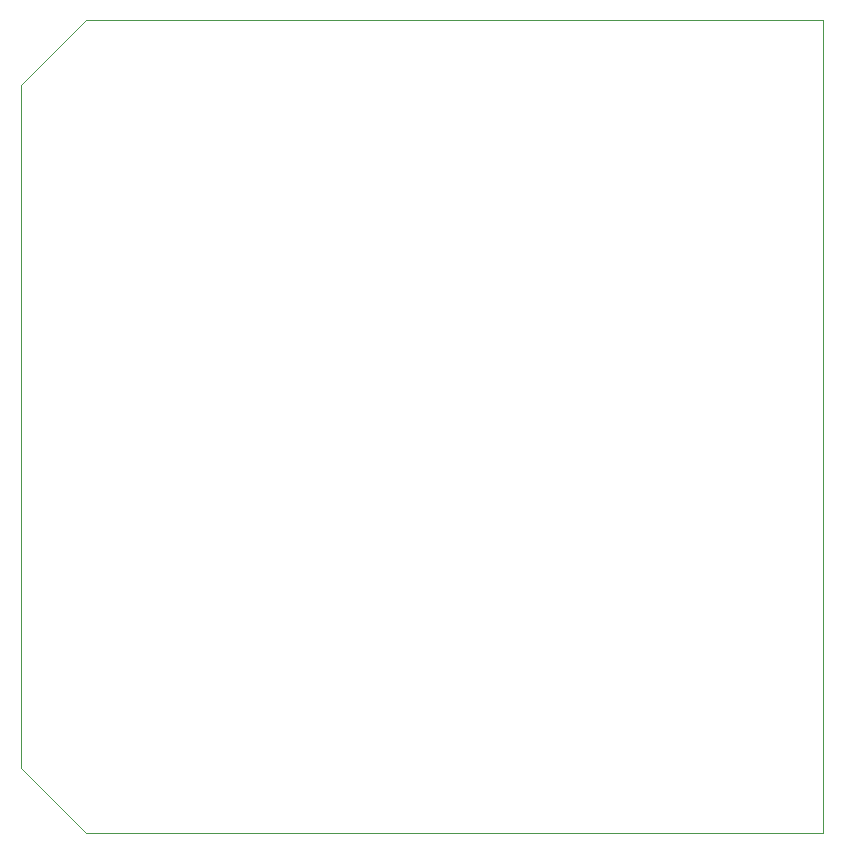
<source format=gm1>
G04 #@! TF.GenerationSoftware,KiCad,Pcbnew,7.0.5*
G04 #@! TF.CreationDate,2024-02-16T17:04:07-05:00*
G04 #@! TF.ProjectId,SoyuzLedBoard,536f7975-7a4c-4656-9442-6f6172642e6b,rev?*
G04 #@! TF.SameCoordinates,Original*
G04 #@! TF.FileFunction,Profile,NP*
%FSLAX46Y46*%
G04 Gerber Fmt 4.6, Leading zero omitted, Abs format (unit mm)*
G04 Created by KiCad (PCBNEW 7.0.5) date 2024-02-16 17:04:07*
%MOMM*%
%LPD*%
G01*
G04 APERTURE LIST*
G04 #@! TA.AperFunction,Profile*
%ADD10C,0.100000*%
G04 #@! TD*
G04 APERTURE END LIST*
D10*
X69600000Y-20000000D02*
X64100000Y-25500000D01*
X132000000Y-20000000D02*
X69600000Y-20000000D01*
X64100000Y-83300000D02*
X69600000Y-88800000D01*
X132000000Y-20000000D02*
X132000000Y-88800000D01*
X64100000Y-83300000D02*
X64100000Y-25500000D01*
X69600000Y-88800000D02*
X132000000Y-88800000D01*
M02*

</source>
